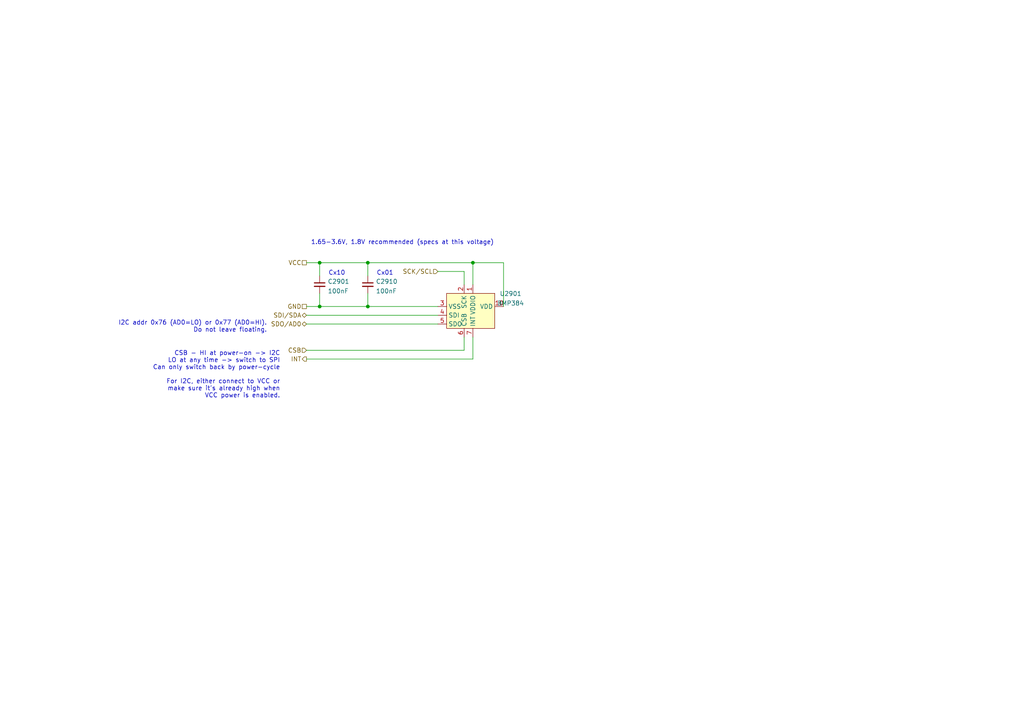
<source format=kicad_sch>
(kicad_sch (version 20211123) (generator eeschema)
  (paper "A4")
  (lib_symbols
    (symbol "Device:C_Small" (pin_numbers hide) (pin_names (offset 0.254) hide)
      (property "Reference" "C" (at 0.254 1.778 0))
      (property "Value" "C_Small" (at 0.254 -2.032 0))
      (symbol "C_Small_0_1"
        (polyline (pts (xy -1.524 -0.508) (xy 1.524 -0.508)) (stroke (width 0.3302)))
        (polyline (pts (xy -1.524 0.508) (xy 1.524 0.508)) (stroke (width 0.3048)))
      )
      (symbol "C_Small_1_1"
        (pin passive line (at 0 2.54 270) (length 2.032) (name "~") (number "1"))
        (pin passive line (at 0 -2.54 90) (length 2.032) (name "~") (number "2"))
      )
    )
    (symbol "KwanSystems:BMP384"
      (property "Reference" "U" (at -8.89 7.62 0))
      (property "Value" "BMP384" (at -11.43 -7.62 0))
      (symbol "BMP384_0_1"
        (rectangle (start -7.62 6.35) (end 6.35 -3.81) (stroke (width 0.1524)) (fill (type background)))
      )
      (symbol "BMP384_1_1"
        (pin passive line (at 0 8.89 270) (length 2.54) (name "VDDIO") (number "1"))
        (pin passive line (at 8.89 2.54 180) (length 2.54) (name "VDD") (number "10"))
        (pin input line (at -2.54 8.89 270) (length 2.54) (name "SCK") (number "2"))
        (pin passive line (at -10.16 2.54 0) (length 2.54) (name "VSS") (number "3"))
        (pin bidirectional line (at -10.16 0 0) (length 2.54) (name "SDI") (number "4"))
        (pin bidirectional line (at -10.16 -2.54 0) (length 2.54) (name "SDO") (number "5"))
        (pin input line (at -2.54 -6.35 90) (length 2.54) (name "CSB") (number "6"))
        (pin input line (at 0 -6.35 90) (length 2.54) (name "INT") (number "7"))
        (pin passive line (at -10.16 2.54 0) (length 2.54) hide (name "VSS") (number "8"))
        (pin passive line (at -10.16 2.54 0) (length 2.54) hide (name "VSS") (number "9"))
      )
    )
  )
  (junction (at 92.71 76.2))
  (junction (at 92.71 88.9))
  (junction (at 106.68 76.2))
  (junction (at 106.68 88.9))
  (junction (at 137.16 76.2))
  (wire (pts (xy 88.9 101.6) (xy 134.62 101.6)))
  (wire (pts (xy 106.68 88.9) (xy 127 88.9)))
  (wire (pts (xy 92.71 76.2) (xy 106.68 76.2)))
  (wire (pts (xy 127 78.74) (xy 134.62 78.74)))
  (wire (pts (xy 106.68 85.09) (xy 106.68 88.9)))
  (wire (pts (xy 88.9 76.2) (xy 92.71 76.2)))
  (wire (pts (xy 92.71 76.2) (xy 92.71 80.01)))
  (wire (pts (xy 88.9 104.14) (xy 137.16 104.14)))
  (wire (pts (xy 88.9 91.44) (xy 127 91.44)))
  (wire (pts (xy 106.68 76.2) (xy 106.68 80.01)))
  (wire (pts (xy 88.9 93.98) (xy 127 93.98)))
  (wire (pts (xy 137.16 76.2) (xy 137.16 82.55)))
  (wire (pts (xy 134.62 78.74) (xy 134.62 82.55)))
  (wire (pts (xy 146.05 76.2) (xy 146.05 88.9)))
  (wire (pts (xy 134.62 97.79) (xy 134.62 101.6)))
  (wire (pts (xy 92.71 88.9) (xy 106.68 88.9)))
  (wire (pts (xy 92.71 85.09) (xy 92.71 88.9)))
  (wire (pts (xy 88.9 88.9) (xy 92.71 88.9)))
  (wire (pts (xy 137.16 76.2) (xy 146.05 76.2)))
  (wire (pts (xy 106.68 76.2) (xy 137.16 76.2)))
  (wire (pts (xy 137.16 97.79) (xy 137.16 104.14)))
  (text "Cx10" (at 95.25 80.01 0) (effects (font (size 1.27 1.27)) (justify left bottom)))
  (text "1.65-3.6V, 1.8V recommended (specs at this voltage)" (at 90.17 71.12 0) (effects (font (size 1.27 1.27)) (justify left bottom)))
  (text "Cx01" (at 109.22 80.01 0) (effects (font (size 1.27 1.27)) (justify left bottom)))
  (text "CSB - HI at power-on -> I2C\n      LO at any time -> switch to SPI\n      Can only switch back by power-cycle\n\nFor I2C, either connect to VCC or\nmake sure it's already high when\nVCC power is enabled." (at 81.28 115.57 0) (effects (font (size 1.27 1.27)) (justify right bottom)))
  (text "I2C addr 0x76 (AD0=LO) or 0x77 (AD0=HI).\nDo not leave floating." (at 77.47 96.52 0) (effects (font (size 1.27 1.27)) (justify right bottom)))
  (hierarchical_label "VCC" (shape passive) (at 88.9 76.2 180))
  (hierarchical_label "CSB" (shape input) (at 88.9 101.6 180))
  (hierarchical_label "SDI{slash}SDA" (shape bidirectional) (at 88.9 91.44 180))
  (hierarchical_label "GND" (shape passive) (at 88.9 88.9 180))
  (hierarchical_label "SDO{slash}AD0" (shape bidirectional) (at 88.9 93.98 180))
  (hierarchical_label "SCK{slash}SCL" (shape input) (at 127 78.74 180))
  (hierarchical_label "INT" (shape output) (at 88.9 104.14 180))
  (symbol (lib_id "KwanSystems:BMP384") (at 137.16 91.44 0)
    (property "Reference" "U2901" (at 148.1106 85.1748 0))
    (property "Value" "BMP384" (at 148.1106 87.9499 0))
    (property "Footprint" "KwanSystems:BMP384" (effects hide))
    (property "Datasheet" "https://media.digikey.com/pdf/Data%20Sheets/Bosch/bst-bmp384-ds003.pdf" (effects hide))
    (property "Digikey" "828-BMP384CT-ND" (effects hide))
    (property "Purpose" "Pressure sensor" (effects hide))
  )
  (symbol (lib_id "Device:C_Small") (at 92.71 82.55 0)
    (property "Reference" "C2901" (at 95.0341 81.6478 0) (effects (justify left)))
    (property "Value" "100nF" (at 95.0341 84.4229 0) (effects (justify left)))
    (property "Footprint" "Capacitor_SMD:C_0402_1005Metric" (effects hide))
    (property "Digikey" "399-C0402C104K4RAC7411CT-ND" (effects hide))
  )
  (symbol (lib_id "Device:C_Small") (at 106.68 82.55 0)
    (property "Reference" "C2910" (at 109.0041 81.6478 0) (effects (justify left)))
    (property "Value" "100nF" (at 109.0041 84.4229 0) (effects (justify left)))
    (property "Footprint" "Capacitor_SMD:C_0402_1005Metric" (effects hide))
    (property "Digikey" "399-C0402C104K4RAC7411CT-ND" (effects hide))
  )
)
</source>
